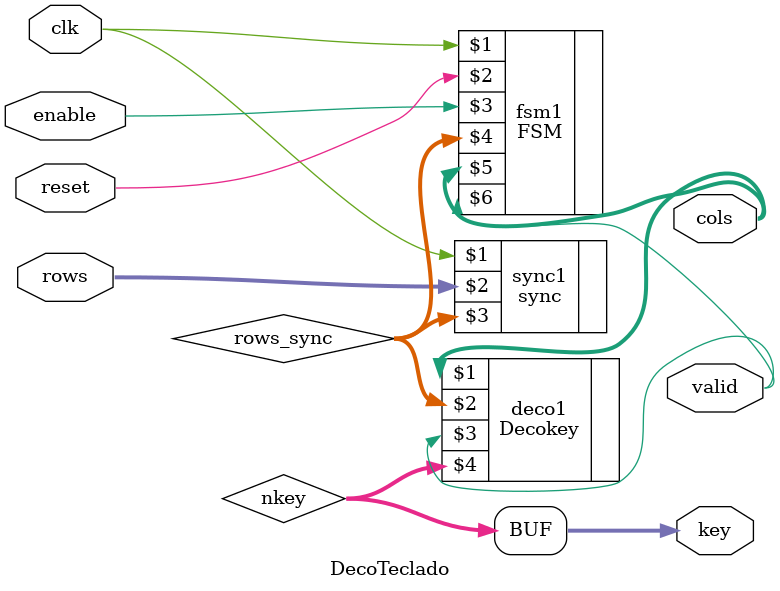
<source format=sv>
`timescale 1ns / 1ps


module DecoTeclado(
    input logic clk,
    input logic reset,
    input logic enable,
    input logic [3:0] rows,
    output logic [3:0] cols,
    output logic valid,
    output logic [4:0] key
    );
    logic [3:0] rows_sync;
    logic [4:0] nkey;
    
    sync sync1(clk,rows,rows_sync);
    FSM fsm1(clk,reset,enable,rows_sync,cols,valid);
    Decokey deco1(cols,rows_sync,valid,nkey);
    
    assign key = nkey;
endmodule
</source>
